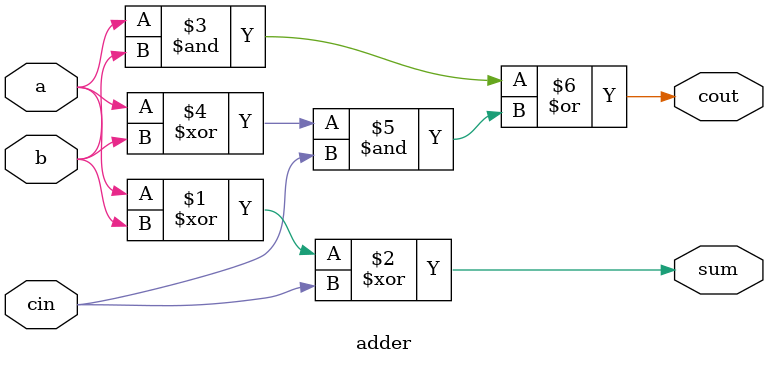
<source format=v>
module full_adder (a,b,cin,sum,cout);
 parameter n=5;
 input [n-1:0] a,b;
 input cin;
 output [n-1:0] sum;
 output cout;
 wire [4:1] c;
 // instentiate the module 
 adder B1 (a[0],b[0],cin,sum[0],c[1]);
 adder B2 (a[1],b[1],c[1],sum[1],c[2]);
 adder B3 (a[2],b[2],c[2],sum[2],c[3]);
 adder B4 (a[3],b[3],c[3],sum[3],c[4]);
 adder B5 (a[4],b[4],c[4],sum[4],cout);
  
endmodule

module adder (a,b,cin,sum,cout);
 input a,b,cin;  
 output wire sum,cout;
 assign sum=(a^b^cin);
 assign cout=(a&b)|((a^b)&cin);
endmodule 


</source>
